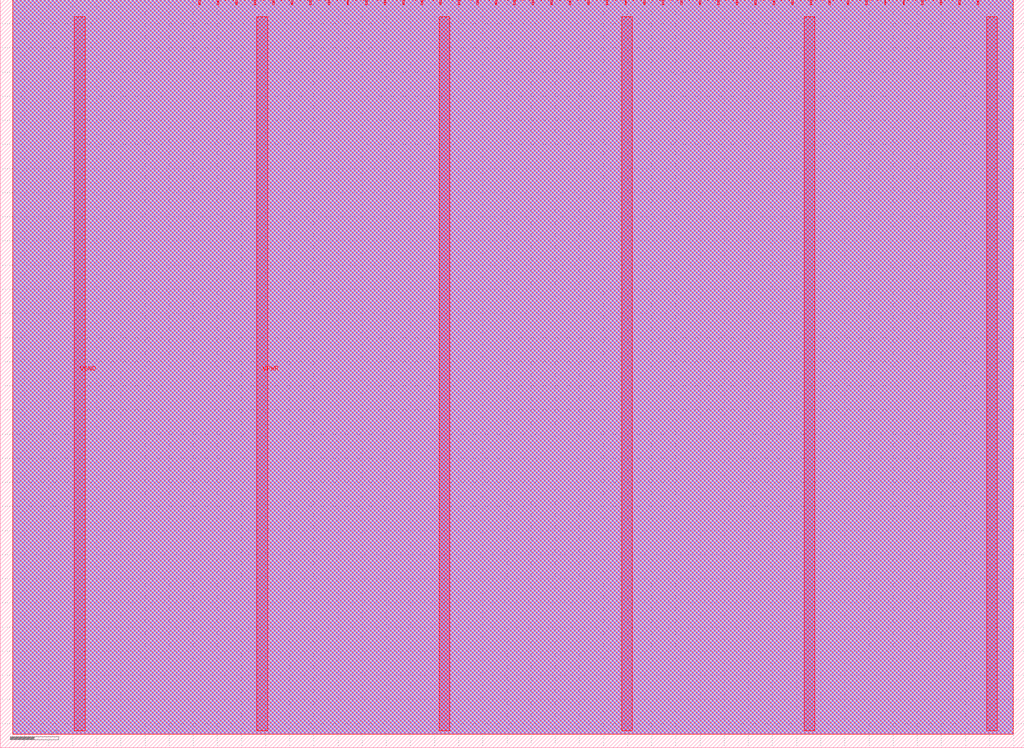
<source format=lef>
VERSION 5.8 ;
BUSBITCHARS "[]" ;
DIVIDERCHAR "/" ;
UNITS
    DATABASE MICRONS 1000 ;
END UNITS

VIA tt_um_algofoogle_tinyvga_fun_wrapper_via1_2_2200_440_1_5_410_410
  VIARULE via1Array ;
  CUTSIZE 0.19 0.19 ;
  LAYERS Metal1 Via1 Metal2 ;
  CUTSPACING 0.22 0.22 ;
  ENCLOSURE 0.01 0.125 0.05 0.005 ;
  ROWCOL 1 5 ;
END tt_um_algofoogle_tinyvga_fun_wrapper_via1_2_2200_440_1_5_410_410

VIA tt_um_algofoogle_tinyvga_fun_wrapper_via2_3_2200_440_1_5_410_410
  VIARULE via2Array ;
  CUTSIZE 0.19 0.19 ;
  LAYERS Metal2 Via2 Metal3 ;
  CUTSPACING 0.22 0.22 ;
  ENCLOSURE 0.05 0.005 0.005 0.05 ;
  ROWCOL 1 5 ;
END tt_um_algofoogle_tinyvga_fun_wrapper_via2_3_2200_440_1_5_410_410

VIA tt_um_algofoogle_tinyvga_fun_wrapper_via3_4_2200_440_1_5_410_410
  VIARULE via3Array ;
  CUTSIZE 0.19 0.19 ;
  LAYERS Metal3 Via3 Metal4 ;
  CUTSPACING 0.22 0.22 ;
  ENCLOSURE 0.005 0.05 0.05 0.005 ;
  ROWCOL 1 5 ;
END tt_um_algofoogle_tinyvga_fun_wrapper_via3_4_2200_440_1_5_410_410

VIA tt_um_algofoogle_tinyvga_fun_wrapper_via4_5_2200_440_1_5_410_410
  VIARULE via4Array ;
  CUTSIZE 0.19 0.19 ;
  LAYERS Metal4 Via4 Metal5 ;
  CUTSPACING 0.22 0.22 ;
  ENCLOSURE 0.05 0.005 0.185 0.05 ;
  ROWCOL 1 5 ;
END tt_um_algofoogle_tinyvga_fun_wrapper_via4_5_2200_440_1_5_410_410

MACRO tt_um_algofoogle_tinyvga_fun_wrapper
  FOREIGN tt_um_algofoogle_tinyvga_fun_wrapper 0 0 ;
  CLASS BLOCK ;
  SIZE 212.16 BY 154.98 ;
  PIN clk
    DIRECTION INPUT ;
    USE SIGNAL ;
    PORT
      LAYER Metal5 ;
        RECT  198.57 153.98 198.87 154.98 ;
    END
  END clk
  PIN ena
    DIRECTION INPUT ;
    USE SIGNAL ;
    PORT
      LAYER Metal5 ;
        RECT  202.41 153.98 202.71 154.98 ;
    END
  END ena
  PIN rst_n
    DIRECTION INPUT ;
    USE SIGNAL ;
    PORT
      LAYER Metal5 ;
        RECT  194.73 153.98 195.03 154.98 ;
    END
  END rst_n
  PIN ui_in[0]
    DIRECTION INPUT ;
    USE SIGNAL ;
    PORT
      LAYER Metal5 ;
        RECT  190.89 153.98 191.19 154.98 ;
    END
  END ui_in[0]
  PIN ui_in[1]
    DIRECTION INPUT ;
    USE SIGNAL ;
    PORT
      LAYER Metal5 ;
        RECT  187.05 153.98 187.35 154.98 ;
    END
  END ui_in[1]
  PIN ui_in[2]
    DIRECTION INPUT ;
    USE SIGNAL ;
    PORT
      LAYER Metal5 ;
        RECT  183.21 153.98 183.51 154.98 ;
    END
  END ui_in[2]
  PIN ui_in[3]
    DIRECTION INPUT ;
    USE SIGNAL ;
    PORT
      LAYER Metal5 ;
        RECT  179.37 153.98 179.67 154.98 ;
    END
  END ui_in[3]
  PIN ui_in[4]
    DIRECTION INPUT ;
    USE SIGNAL ;
    PORT
      LAYER Metal5 ;
        RECT  175.53 153.98 175.83 154.98 ;
    END
  END ui_in[4]
  PIN ui_in[5]
    DIRECTION INPUT ;
    USE SIGNAL ;
    PORT
      LAYER Metal5 ;
        RECT  171.69 153.98 171.99 154.98 ;
    END
  END ui_in[5]
  PIN ui_in[6]
    DIRECTION INPUT ;
    USE SIGNAL ;
    PORT
      LAYER Metal5 ;
        RECT  167.85 153.98 168.15 154.98 ;
    END
  END ui_in[6]
  PIN ui_in[7]
    DIRECTION INPUT ;
    USE SIGNAL ;
    PORT
      LAYER Metal5 ;
        RECT  164.01 153.98 164.31 154.98 ;
    END
  END ui_in[7]
  PIN uio_in[0]
    DIRECTION INPUT ;
    USE SIGNAL ;
    PORT
      LAYER Metal5 ;
        RECT  160.17 153.98 160.47 154.98 ;
    END
  END uio_in[0]
  PIN uio_in[1]
    DIRECTION INPUT ;
    USE SIGNAL ;
    PORT
      LAYER Metal5 ;
        RECT  156.33 153.98 156.63 154.98 ;
    END
  END uio_in[1]
  PIN uio_in[2]
    DIRECTION INPUT ;
    USE SIGNAL ;
    PORT
      LAYER Metal5 ;
        RECT  152.49 153.98 152.79 154.98 ;
    END
  END uio_in[2]
  PIN uio_in[3]
    DIRECTION INPUT ;
    USE SIGNAL ;
    PORT
      LAYER Metal5 ;
        RECT  148.65 153.98 148.95 154.98 ;
    END
  END uio_in[3]
  PIN uio_in[4]
    DIRECTION INPUT ;
    USE SIGNAL ;
    PORT
      LAYER Metal5 ;
        RECT  144.81 153.98 145.11 154.98 ;
    END
  END uio_in[4]
  PIN uio_in[5]
    DIRECTION INPUT ;
    USE SIGNAL ;
    PORT
      LAYER Metal5 ;
        RECT  140.97 153.98 141.27 154.98 ;
    END
  END uio_in[5]
  PIN uio_in[6]
    DIRECTION INPUT ;
    USE SIGNAL ;
    PORT
      LAYER Metal5 ;
        RECT  137.13 153.98 137.43 154.98 ;
    END
  END uio_in[6]
  PIN uio_in[7]
    DIRECTION INPUT ;
    USE SIGNAL ;
    PORT
      LAYER Metal5 ;
        RECT  133.29 153.98 133.59 154.98 ;
    END
  END uio_in[7]
  PIN uio_oe[0]
    DIRECTION OUTPUT ;
    USE SIGNAL ;
    PORT
      LAYER Metal5 ;
        RECT  68.01 153.98 68.31 154.98 ;
    END
  END uio_oe[0]
  PIN uio_oe[1]
    DIRECTION OUTPUT ;
    USE SIGNAL ;
    PORT
      LAYER Metal5 ;
        RECT  64.17 153.98 64.47 154.98 ;
    END
  END uio_oe[1]
  PIN uio_oe[2]
    DIRECTION OUTPUT ;
    USE SIGNAL ;
    PORT
      LAYER Metal5 ;
        RECT  60.33 153.98 60.63 154.98 ;
    END
  END uio_oe[2]
  PIN uio_oe[3]
    DIRECTION OUTPUT ;
    USE SIGNAL ;
    PORT
      LAYER Metal5 ;
        RECT  56.49 153.98 56.79 154.98 ;
    END
  END uio_oe[3]
  PIN uio_oe[4]
    DIRECTION OUTPUT ;
    USE SIGNAL ;
    PORT
      LAYER Metal5 ;
        RECT  52.65 153.98 52.95 154.98 ;
    END
  END uio_oe[4]
  PIN uio_oe[5]
    DIRECTION OUTPUT ;
    USE SIGNAL ;
    PORT
      LAYER Metal5 ;
        RECT  48.81 153.98 49.11 154.98 ;
    END
  END uio_oe[5]
  PIN uio_oe[6]
    DIRECTION OUTPUT ;
    USE SIGNAL ;
    PORT
      LAYER Metal5 ;
        RECT  44.97 153.98 45.27 154.98 ;
    END
  END uio_oe[6]
  PIN uio_oe[7]
    DIRECTION OUTPUT ;
    USE SIGNAL ;
    PORT
      LAYER Metal5 ;
        RECT  41.13 153.98 41.43 154.98 ;
    END
  END uio_oe[7]
  PIN uio_out[0]
    DIRECTION OUTPUT ;
    USE SIGNAL ;
    PORT
      LAYER Metal5 ;
        RECT  98.73 153.98 99.03 154.98 ;
    END
  END uio_out[0]
  PIN uio_out[1]
    DIRECTION OUTPUT ;
    USE SIGNAL ;
    PORT
      LAYER Metal5 ;
        RECT  94.89 153.98 95.19 154.98 ;
    END
  END uio_out[1]
  PIN uio_out[2]
    DIRECTION OUTPUT ;
    USE SIGNAL ;
    PORT
      LAYER Metal5 ;
        RECT  91.05 153.98 91.35 154.98 ;
    END
  END uio_out[2]
  PIN uio_out[3]
    DIRECTION OUTPUT ;
    USE SIGNAL ;
    PORT
      LAYER Metal5 ;
        RECT  87.21 153.98 87.51 154.98 ;
    END
  END uio_out[3]
  PIN uio_out[4]
    DIRECTION OUTPUT ;
    USE SIGNAL ;
    PORT
      LAYER Metal5 ;
        RECT  83.37 153.98 83.67 154.98 ;
    END
  END uio_out[4]
  PIN uio_out[5]
    DIRECTION OUTPUT ;
    USE SIGNAL ;
    PORT
      LAYER Metal5 ;
        RECT  79.53 153.98 79.83 154.98 ;
    END
  END uio_out[5]
  PIN uio_out[6]
    DIRECTION OUTPUT ;
    USE SIGNAL ;
    PORT
      LAYER Metal5 ;
        RECT  75.69 153.98 75.99 154.98 ;
    END
  END uio_out[6]
  PIN uio_out[7]
    DIRECTION OUTPUT ;
    USE SIGNAL ;
    PORT
      LAYER Metal5 ;
        RECT  71.85 153.98 72.15 154.98 ;
    END
  END uio_out[7]
  PIN uo_out[0]
    DIRECTION OUTPUT ;
    USE SIGNAL ;
    PORT
      LAYER Metal5 ;
        RECT  129.45 153.98 129.75 154.98 ;
    END
  END uo_out[0]
  PIN uo_out[1]
    DIRECTION OUTPUT ;
    USE SIGNAL ;
    PORT
      LAYER Metal5 ;
        RECT  125.61 153.98 125.91 154.98 ;
    END
  END uo_out[1]
  PIN uo_out[2]
    DIRECTION OUTPUT ;
    USE SIGNAL ;
    PORT
      LAYER Metal5 ;
        RECT  121.77 153.98 122.07 154.98 ;
    END
  END uo_out[2]
  PIN uo_out[3]
    DIRECTION OUTPUT ;
    USE SIGNAL ;
    PORT
      LAYER Metal5 ;
        RECT  117.93 153.98 118.23 154.98 ;
    END
  END uo_out[3]
  PIN uo_out[4]
    DIRECTION OUTPUT ;
    USE SIGNAL ;
    PORT
      LAYER Metal5 ;
        RECT  114.09 153.98 114.39 154.98 ;
    END
  END uo_out[4]
  PIN uo_out[5]
    DIRECTION OUTPUT ;
    USE SIGNAL ;
    PORT
      LAYER Metal5 ;
        RECT  110.25 153.98 110.55 154.98 ;
    END
  END uo_out[5]
  PIN uo_out[6]
    DIRECTION OUTPUT ;
    USE SIGNAL ;
    PORT
      LAYER Metal5 ;
        RECT  106.41 153.98 106.71 154.98 ;
    END
  END uo_out[6]
  PIN uo_out[7]
    DIRECTION OUTPUT ;
    USE SIGNAL ;
    PORT
      LAYER Metal5 ;
        RECT  102.57 153.98 102.87 154.98 ;
    END
  END uo_out[7]
  PIN VGND
    DIRECTION INOUT ;
    USE GROUND ;
    PORT
      LAYER Metal5 ;
        RECT  166.58 3.56 168.78 151.42 ;
        RECT  90.98 3.56 93.18 151.42 ;
        RECT  15.38 3.56 17.58 151.42 ;
    END
  END VGND
  PIN VPWR
    DIRECTION INOUT ;
    USE POWER ;
    PORT
      LAYER Metal5 ;
        RECT  204.38 3.56 206.58 151.42 ;
        RECT  128.78 3.56 130.98 151.42 ;
        RECT  53.18 3.56 55.38 151.42 ;
    END
  END VPWR
  OBS
    LAYER Metal1 ;
     RECT  2.605 2.795 209.86 154.98 ;
    LAYER Metal2 ;
     RECT  2.605 2.795 209.86 154.98 ;
    LAYER Metal3 ;
     RECT  2.605 2.795 209.86 154.98 ;
    LAYER Metal4 ;
     RECT  2.605 2.795 209.86 154.98 ;
    LAYER Metal5 ;
     RECT  2.605 2.795 209.86 154.98 ;
  END
END tt_um_algofoogle_tinyvga_fun_wrapper
END LIBRARY

</source>
